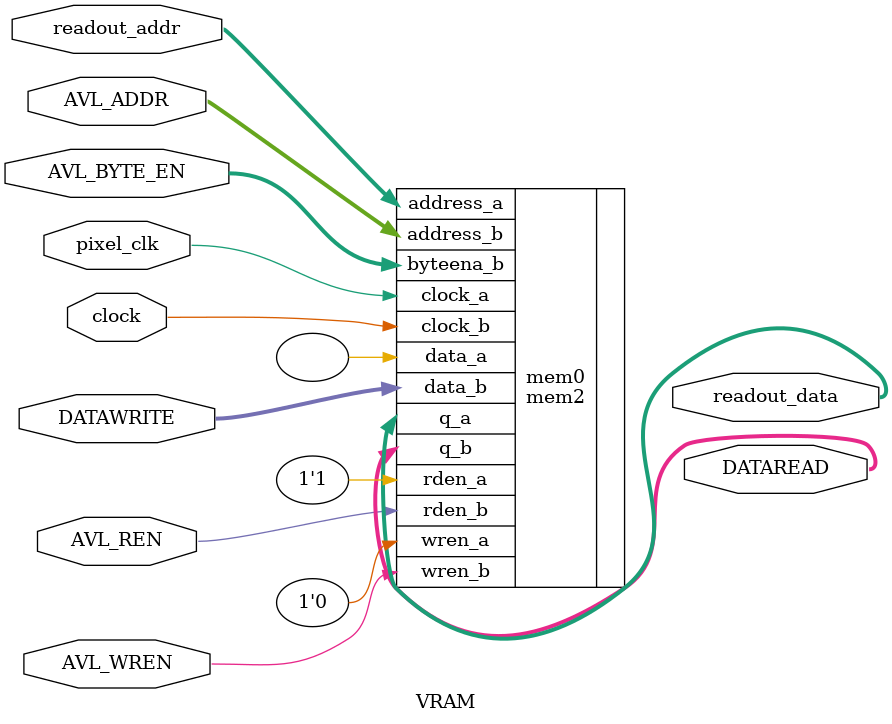
<source format=sv>
module VRAM ( 	input clock,
					input pixel_clk,
					input	[10:0] readout_addr,
					input [10:0] AVL_ADDR,
					input	[31:0] DATAWRITE,
					input	AVL_WREN,
					input AVL_REN,
					input [3:0] AVL_BYTE_EN,
					output [31:0] DATAREAD,
					output [31:0] readout_data
);

mem2 mem0 (.clock_a(pixel_clk), .address_a(readout_addr), .data_a(), .q_a(readout_data), .wren_a(1'b0), .rden_a(1'b1),
			 .clock_b(clock), .address_b(AVL_ADDR), .byteena_b(AVL_BYTE_EN), .data_b(DATAWRITE), .q_b(DATAREAD), .wren_b(AVL_WREN), .rden_b(AVL_REN));
				
endmodule

</source>
